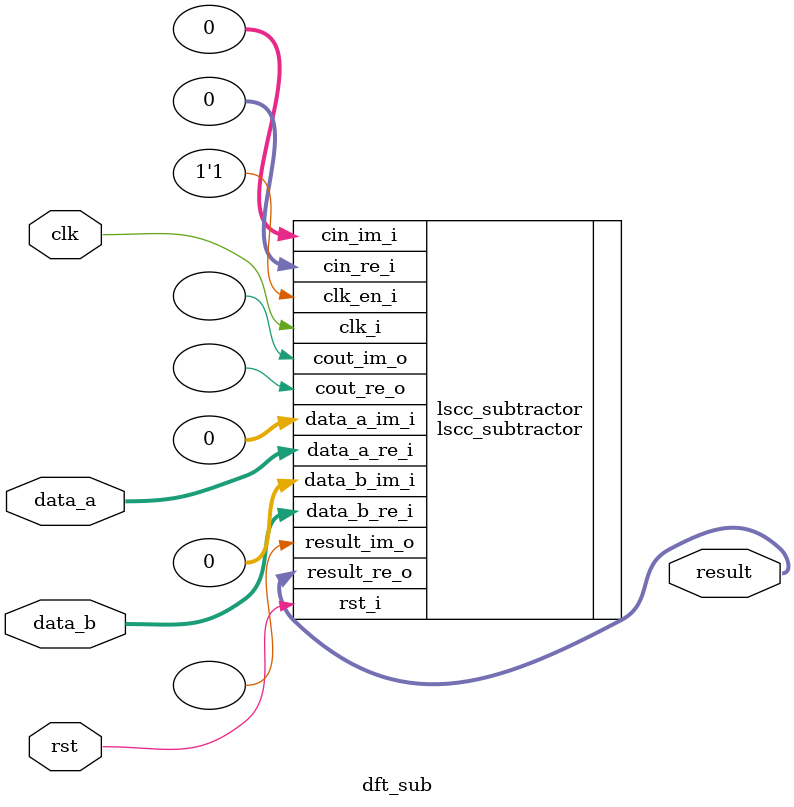
<source format=v>
module dft_sub
#(
    parameter DATA_W          = 32,
    parameter DATA_SIGNED     = "off",  // "on" / "off"
    parameter INPUT_REG       = "off",  // "on" / "off"
    parameter OUTPUT_REG      = "on",   // "on" / "off"
    parameter PIPELINE_STAGES = 0,
    parameter PIPE_4BIT       = 1'b0
)
(
    // System
    input  wire              clk,  // System clock
    input  wire              rst,  // System reset
    // Input data
    input  wire [DATA_W-1:0] data_a, // Data A
    input  wire [DATA_W-1:0] data_b, // Data B
    // Output data
    output wire [DATA_W-1:0] result  // Result
);

lscc_subtractor
#(
    .D_WIDTH   (DATA_W),
    .SIGNED    (DATA_SIGNED),
    .USE_CNUM  (0),
    .USE_CIN   (0),
    .USE_COUT  (0),
    .USE_IREG  (INPUT_REG),
    .USE_OREG  (OUTPUT_REG),
    .PIPELINES (PIPELINE_STAGES),
    .PIPE_4BIT (PIPE_4BIT)
) lscc_subtractor (
    .clk_i          (clk),
    .clk_en_i       (1'b1),
    .rst_i          (rst),
    .data_a_re_i    (data_a),
    .data_a_im_i    (0),
    .data_b_re_i    (data_b),
    .data_b_im_i    (0),
    .cin_re_i       (0),
    .cin_im_i       (0),

    .result_re_o    (result),
    .result_im_o    (),
    .cout_re_o      (),
    .cout_im_o      ()
);

endmodule
</source>
